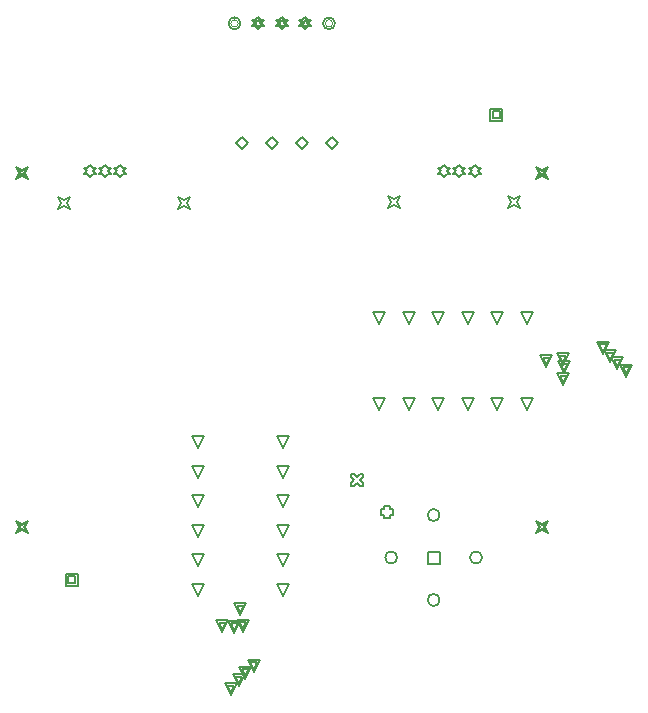
<source format=gbr>
%TF.GenerationSoftware,Altium Limited,Altium Designer,23.3.1 (30)*%
G04 Layer_Color=2752767*
%FSLAX45Y45*%
%MOMM*%
%TF.SameCoordinates,3FCD108A-851F-4062-9BED-621BEB009867*%
%TF.FilePolarity,Positive*%
%TF.FileFunction,Drawing*%
%TF.Part,Single*%
G01*
G75*
%TA.AperFunction,NonConductor*%
%ADD75C,0.12700*%
%ADD76C,0.16933*%
%ADD77C,0.10160*%
D75*
X5308600Y5466574D02*
X5359400Y5517374D01*
X5410200Y5466574D01*
X5359400Y5415774D01*
X5308600Y5466574D01*
X5054600D02*
X5105400Y5517374D01*
X5156200Y5466574D01*
X5105400Y5415774D01*
X5054600Y5466574D01*
X4800600Y5466574D02*
X4851400Y5517374D01*
X4902200Y5466574D01*
X4851400Y5415774D01*
X4800600Y5466574D01*
X4546600Y5466574D02*
X4597400Y5517374D01*
X4648200Y5466574D01*
X4597400Y5415774D01*
X4546600Y5466574D01*
X5829300Y4914900D02*
X5854700Y4965700D01*
X5829300Y5016500D01*
X5880100Y4991100D01*
X5930900Y5016500D01*
X5905500Y4965700D01*
X5930900Y4914900D01*
X5880100Y4940300D01*
X5829300Y4914900D01*
X6845300D02*
X6870700Y4965700D01*
X6845300Y5016500D01*
X6896100Y4991100D01*
X6946900Y5016500D01*
X6921500Y4965700D01*
X6946900Y4914900D01*
X6896100Y4940300D01*
X6845300Y4914900D01*
X5130800Y6426200D02*
X5156200Y6451600D01*
X5181600D01*
X5156200Y6477000D01*
X5181600Y6502400D01*
X5156200D01*
X5130800Y6527800D01*
X5105400Y6502400D01*
X5080000D01*
X5105400Y6477000D01*
X5080000Y6451600D01*
X5105400D01*
X5130800Y6426200D01*
Y6446520D02*
X5146040Y6461760D01*
X5161280D01*
X5146040Y6477000D01*
X5161280Y6492240D01*
X5146040D01*
X5130800Y6507480D01*
X5115560Y6492240D01*
X5100320D01*
X5115560Y6477000D01*
X5100320Y6461760D01*
X5115560D01*
X5130800Y6446520D01*
X4930800Y6426200D02*
X4956200Y6451600D01*
X4981600D01*
X4956200Y6477000D01*
X4981600Y6502400D01*
X4956200D01*
X4930800Y6527800D01*
X4905400Y6502400D01*
X4880000D01*
X4905400Y6477000D01*
X4880000Y6451600D01*
X4905400D01*
X4930800Y6426200D01*
Y6446520D02*
X4946040Y6461760D01*
X4961280D01*
X4946040Y6477000D01*
X4961280Y6492240D01*
X4946040D01*
X4930800Y6507480D01*
X4915560Y6492240D01*
X4900320D01*
X4915560Y6477000D01*
X4900320Y6461760D01*
X4915560D01*
X4930800Y6446520D01*
X4730800Y6426200D02*
X4756200Y6451600D01*
X4781600D01*
X4756200Y6477000D01*
X4781600Y6502400D01*
X4756200D01*
X4730800Y6527800D01*
X4705400Y6502400D01*
X4680000D01*
X4705400Y6477000D01*
X4680000Y6451600D01*
X4705400D01*
X4730800Y6426200D01*
Y6446520D02*
X4746040Y6461760D01*
X4761280D01*
X4746040Y6477000D01*
X4761280Y6492240D01*
X4746040D01*
X4730800Y6507480D01*
X4715560Y6492240D01*
X4700320D01*
X4715560Y6477000D01*
X4700320Y6461760D01*
X4715560D01*
X4730800Y6446520D01*
X3035300Y4902200D02*
X3060700Y4953000D01*
X3035300Y5003800D01*
X3086100Y4978400D01*
X3136900Y5003800D01*
X3111500Y4953000D01*
X3136900Y4902200D01*
X3086100Y4927600D01*
X3035300Y4902200D01*
X4051300D02*
X4076700Y4953000D01*
X4051300Y5003800D01*
X4102100Y4978400D01*
X4152900Y5003800D01*
X4127500Y4953000D01*
X4152900Y4902200D01*
X4102100Y4927600D01*
X4051300Y4902200D01*
X4943691Y2879684D02*
X4892891Y2981284D01*
X4994491D01*
X4943691Y2879684D01*
Y2629684D02*
X4892891Y2731284D01*
X4994491D01*
X4943691Y2629684D01*
Y2379684D02*
X4892891Y2481284D01*
X4994491D01*
X4943691Y2379684D01*
Y2129684D02*
X4892891Y2231284D01*
X4994491D01*
X4943691Y2129684D01*
Y1879684D02*
X4892891Y1981284D01*
X4994491D01*
X4943691Y1879684D01*
Y1629684D02*
X4892891Y1731284D01*
X4994491D01*
X4943691Y1629684D01*
X4221376D02*
X4170576Y1731284D01*
X4272176D01*
X4221376Y1629684D01*
X4221375Y1879685D02*
X4170575Y1981285D01*
X4272175D01*
X4221375Y1879685D01*
X4221376Y2129684D02*
X4170576Y2231284D01*
X4272176D01*
X4221376Y2129684D01*
Y2379684D02*
X4170576Y2481284D01*
X4272176D01*
X4221376Y2379684D01*
Y2629684D02*
X4170576Y2731284D01*
X4272176D01*
X4221376Y2629684D01*
Y2879684D02*
X4170576Y2981284D01*
X4272176D01*
X4221376Y2879684D01*
X5756316Y3927691D02*
X5705516Y4029291D01*
X5807116D01*
X5756316Y3927691D01*
X6006316Y3927691D02*
X5955516Y4029291D01*
X6057116D01*
X6006316Y3927691D01*
X6256316D02*
X6205516Y4029291D01*
X6307116D01*
X6256316Y3927691D01*
X6506316D02*
X6455516Y4029291D01*
X6557116D01*
X6506316Y3927691D01*
X6756316Y3927690D02*
X6705516Y4029290D01*
X6807116D01*
X6756316Y3927690D01*
X7006316Y3927691D02*
X6955516Y4029291D01*
X7057116D01*
X7006316Y3927691D01*
Y3205375D02*
X6955516Y3306975D01*
X7057116D01*
X7006316Y3205375D01*
X6756315Y3205375D02*
X6705515Y3306975D01*
X6807115D01*
X6756315Y3205375D01*
X6506316Y3205376D02*
X6455516Y3306976D01*
X6557116D01*
X6506316Y3205376D01*
X6256316Y3205375D02*
X6205516Y3306975D01*
X6307116D01*
X6256316Y3205375D01*
X6006316Y3205376D02*
X5955516Y3306976D01*
X6057116D01*
X6006316Y3205376D01*
X5756316Y3205376D02*
X5705516Y3306976D01*
X5807116D01*
X5756316Y3205376D01*
X6165814Y1903549D02*
Y2005149D01*
X6267414D01*
Y1903549D01*
X6165814D01*
X3563379Y5172563D02*
X3588779Y5197963D01*
X3614179D01*
X3588779Y5223363D01*
X3614179Y5248763D01*
X3588779D01*
X3563379Y5274163D01*
X3537979Y5248763D01*
X3512579D01*
X3537979Y5223363D01*
X3512579Y5197963D01*
X3537979D01*
X3563379Y5172563D01*
X3433379Y5172563D02*
X3458779Y5197963D01*
X3484179D01*
X3458779Y5223363D01*
X3484179Y5248763D01*
X3458779D01*
X3433379Y5274163D01*
X3407979Y5248763D01*
X3382579D01*
X3407979Y5223363D01*
X3382579Y5197963D01*
X3407979D01*
X3433379Y5172563D01*
X3303379D02*
X3328779Y5197963D01*
X3354179D01*
X3328779Y5223363D01*
X3354179Y5248763D01*
X3328779D01*
X3303379Y5274163D01*
X3277979Y5248763D01*
X3252579D01*
X3277979Y5223363D01*
X3252579Y5197963D01*
X3277979D01*
X3303379Y5172563D01*
X6303380D02*
X6328780Y5197963D01*
X6354180D01*
X6328780Y5223363D01*
X6354180Y5248763D01*
X6328780D01*
X6303380Y5274163D01*
X6277980Y5248763D01*
X6252580D01*
X6277980Y5223363D01*
X6252580Y5197963D01*
X6277980D01*
X6303380Y5172563D01*
X6433379Y5172563D02*
X6458779Y5197963D01*
X6484179D01*
X6458779Y5223363D01*
X6484179Y5248763D01*
X6458779D01*
X6433379Y5274163D01*
X6407979Y5248763D01*
X6382579D01*
X6407979Y5223363D01*
X6382579Y5197963D01*
X6407979D01*
X6433379Y5172563D01*
X6563379Y5172563D02*
X6588779Y5197963D01*
X6614179D01*
X6588779Y5223363D01*
X6614179Y5248763D01*
X6588779D01*
X6563379Y5274163D01*
X6537979Y5248763D01*
X6512579D01*
X6537979Y5223363D01*
X6512579Y5197963D01*
X6537979D01*
X6563379Y5172563D01*
X6695779Y5654063D02*
Y5755663D01*
X6797379D01*
Y5654063D01*
X6695779D01*
X6716099Y5674383D02*
Y5735343D01*
X6777059D01*
Y5674383D01*
X6716099D01*
X3101679Y1717063D02*
Y1818663D01*
X3203279D01*
Y1717063D01*
X3101679D01*
X3121999Y1737383D02*
Y1798343D01*
X3182959D01*
Y1737383D01*
X3121999D01*
X7082579Y2161563D02*
X7107979Y2212363D01*
X7082579Y2263163D01*
X7133379Y2237763D01*
X7184179Y2263163D01*
X7158779Y2212363D01*
X7184179Y2161563D01*
X7133379Y2186963D01*
X7082579Y2161563D01*
X7102899Y2181883D02*
X7118139Y2212363D01*
X7102899Y2242843D01*
X7133379Y2227603D01*
X7163859Y2242843D01*
X7148619Y2212363D01*
X7163859Y2181883D01*
X7133379Y2197123D01*
X7102899Y2181883D01*
X7082579Y5161563D02*
X7107979Y5212363D01*
X7082579Y5263163D01*
X7133379Y5237763D01*
X7184179Y5263163D01*
X7158779Y5212363D01*
X7184179Y5161563D01*
X7133379Y5186963D01*
X7082579Y5161563D01*
X7102899Y5181883D02*
X7118139Y5212363D01*
X7102899Y5242843D01*
X7133379Y5227603D01*
X7163859Y5242843D01*
X7148619Y5212363D01*
X7163859Y5181883D01*
X7133379Y5197123D01*
X7102899Y5181883D01*
X2682579Y2161563D02*
X2707979Y2212363D01*
X2682579Y2263163D01*
X2733379Y2237763D01*
X2784179Y2263163D01*
X2758779Y2212363D01*
X2784179Y2161563D01*
X2733379Y2186963D01*
X2682579Y2161563D01*
X2702899Y2181883D02*
X2718139Y2212363D01*
X2702899Y2242843D01*
X2733379Y2227603D01*
X2763859Y2242843D01*
X2748619Y2212363D01*
X2763859Y2181883D01*
X2733379Y2197123D01*
X2702899Y2181883D01*
X2682579Y5161563D02*
X2707979Y5212363D01*
X2682579Y5263163D01*
X2733379Y5237763D01*
X2784179Y5263163D01*
X2758779Y5212363D01*
X2784179Y5161563D01*
X2733379Y5186963D01*
X2682579Y5161563D01*
X2702899Y5181883D02*
X2718139Y5212363D01*
X2702899Y5242843D01*
X2733379Y5227603D01*
X2763859Y5242843D01*
X2748619Y5212363D01*
X2763859Y5181883D01*
X2733379Y5197123D01*
X2702899Y5181883D01*
X4500083Y788066D02*
X4449283Y889666D01*
X4550883D01*
X4500083Y788066D01*
Y808386D02*
X4469603Y869346D01*
X4530563D01*
X4500083Y808386D01*
X4623941Y926721D02*
X4573141Y1028321D01*
X4674741D01*
X4623941Y926721D01*
Y947041D02*
X4593461Y1008001D01*
X4654421D01*
X4623941Y947041D01*
X4426745Y1320557D02*
X4375945Y1422157D01*
X4477545D01*
X4426745Y1320557D01*
Y1340877D02*
X4396265Y1401837D01*
X4457225D01*
X4426745Y1340877D01*
X4598933Y1326486D02*
X4548133Y1428086D01*
X4649733D01*
X4598933Y1326486D01*
Y1346806D02*
X4568453Y1407766D01*
X4629413D01*
X4598933Y1346806D01*
X4692546Y985741D02*
X4641746Y1087341D01*
X4743346D01*
X4692546Y985741D01*
Y1006061D02*
X4662066Y1067021D01*
X4723026D01*
X4692546Y1006061D01*
X4564752Y865340D02*
X4513952Y966940D01*
X4615552D01*
X4564752Y865340D01*
Y885660D02*
X4534272Y946620D01*
X4595232D01*
X4564752Y885660D01*
X7847934Y3484083D02*
X7797134Y3585683D01*
X7898734D01*
X7847934Y3484083D01*
Y3504403D02*
X7817454Y3565363D01*
X7878414D01*
X7847934Y3504403D01*
X7709279Y3607941D02*
X7658479Y3709541D01*
X7760079D01*
X7709279Y3607941D01*
Y3628261D02*
X7678799Y3689221D01*
X7739759D01*
X7709279Y3628261D01*
X7315444Y3410745D02*
X7264644Y3512345D01*
X7366244D01*
X7315444Y3410745D01*
Y3431065D02*
X7284964Y3492025D01*
X7345924D01*
X7315444Y3431065D01*
X7309514Y3582933D02*
X7258714Y3684533D01*
X7360314D01*
X7309514Y3582933D01*
Y3603253D02*
X7279034Y3664213D01*
X7339994D01*
X7309514Y3603253D01*
X7650259Y3676546D02*
X7599459Y3778146D01*
X7701059D01*
X7650259Y3676546D01*
Y3696866D02*
X7619779Y3757826D01*
X7680739D01*
X7650259Y3696866D01*
X7770660Y3548752D02*
X7719860Y3650352D01*
X7821460D01*
X7770660Y3548752D01*
Y3569072D02*
X7740180Y3630032D01*
X7801140D01*
X7770660Y3569072D01*
X4529407Y1315428D02*
X4478607Y1417028D01*
X4580207D01*
X4529407Y1315428D01*
Y1335748D02*
X4498927Y1396708D01*
X4559887D01*
X4529407Y1335748D01*
X4581309Y1464644D02*
X4530509Y1566244D01*
X4632109D01*
X4581309Y1464644D01*
Y1484964D02*
X4550829Y1545924D01*
X4611789D01*
X4581309Y1484964D01*
X7320573Y3513407D02*
X7269773Y3615007D01*
X7371373D01*
X7320573Y3513407D01*
Y3533727D02*
X7290093Y3594687D01*
X7351053D01*
X7320573Y3533727D01*
X7171356Y3565309D02*
X7120556Y3666909D01*
X7222156D01*
X7171356Y3565309D01*
Y3585629D02*
X7140876Y3646589D01*
X7201836D01*
X7171356Y3585629D01*
X5517579Y2556662D02*
X5542979D01*
X5568379Y2582062D01*
X5593779Y2556662D01*
X5619179D01*
Y2582062D01*
X5593779Y2607462D01*
X5619179Y2632862D01*
Y2658262D01*
X5593779D01*
X5568379Y2632862D01*
X5542979Y2658262D01*
X5517579D01*
Y2632862D01*
X5542979Y2607462D01*
X5517579Y2582062D01*
Y2556662D01*
X5796979Y2315363D02*
Y2289963D01*
X5847779D01*
Y2315363D01*
X5873179D01*
Y2366163D01*
X5847779D01*
Y2391563D01*
X5796979D01*
Y2366163D01*
X5771579D01*
Y2315363D01*
X5796979D01*
D76*
X5381599Y6477001D02*
G03*
X5381599Y6477001I-50800J0D01*
G01*
X4581600Y6477000D02*
G03*
X4581600Y6477000I-50800J0D01*
G01*
X5908203Y1954349D02*
G03*
X5908203Y1954349I-50800J0D01*
G01*
X6267415Y1595138D02*
G03*
X6267415Y1595138I-50800J0D01*
G01*
X6626626Y1954347D02*
G03*
X6626626Y1954347I-50800J0D01*
G01*
X6267415Y2313559D02*
G03*
X6267415Y2313559I-50800J0D01*
G01*
D77*
X5361279Y6477001D02*
G03*
X5361279Y6477001I-30480J0D01*
G01*
X4561280Y6477000D02*
G03*
X4561280Y6477000I-30480J0D01*
G01*
%TF.MD5,dbbfe048f9d5e7d5ae7c9b24837fda39*%
M02*

</source>
